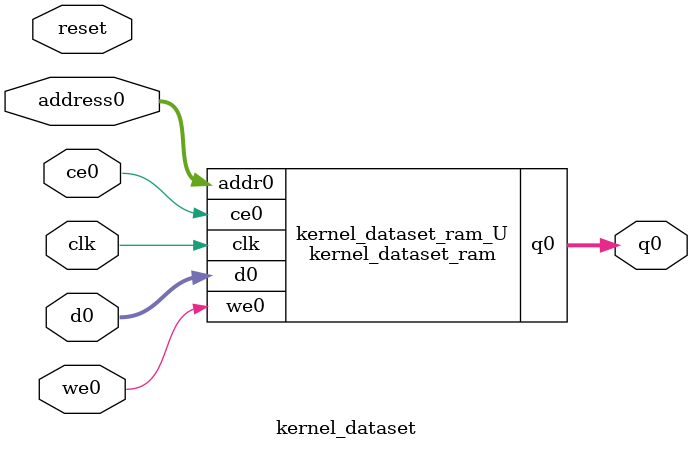
<source format=v>
`timescale 1 ns / 1 ps
module kernel_dataset_ram (addr0, ce0, d0, we0, q0,  clk);

parameter DWIDTH = 32;
parameter AWIDTH = 11;
parameter MEM_SIZE = 2000;

input[AWIDTH-1:0] addr0;
input ce0;
input[DWIDTH-1:0] d0;
input we0;
output reg[DWIDTH-1:0] q0;
input clk;

(* ram_style = "block" *)reg [DWIDTH-1:0] ram[0:MEM_SIZE-1];




always @(posedge clk)  
begin 
    if (ce0) 
    begin
        if (we0) 
        begin 
            ram[addr0] <= d0; 
        end 
        q0 <= ram[addr0];
    end
end


endmodule

`timescale 1 ns / 1 ps
module kernel_dataset(
    reset,
    clk,
    address0,
    ce0,
    we0,
    d0,
    q0);

parameter DataWidth = 32'd32;
parameter AddressRange = 32'd2000;
parameter AddressWidth = 32'd11;
input reset;
input clk;
input[AddressWidth - 1:0] address0;
input ce0;
input we0;
input[DataWidth - 1:0] d0;
output[DataWidth - 1:0] q0;



kernel_dataset_ram kernel_dataset_ram_U(
    .clk( clk ),
    .addr0( address0 ),
    .ce0( ce0 ),
    .we0( we0 ),
    .d0( d0 ),
    .q0( q0 ));

endmodule


</source>
